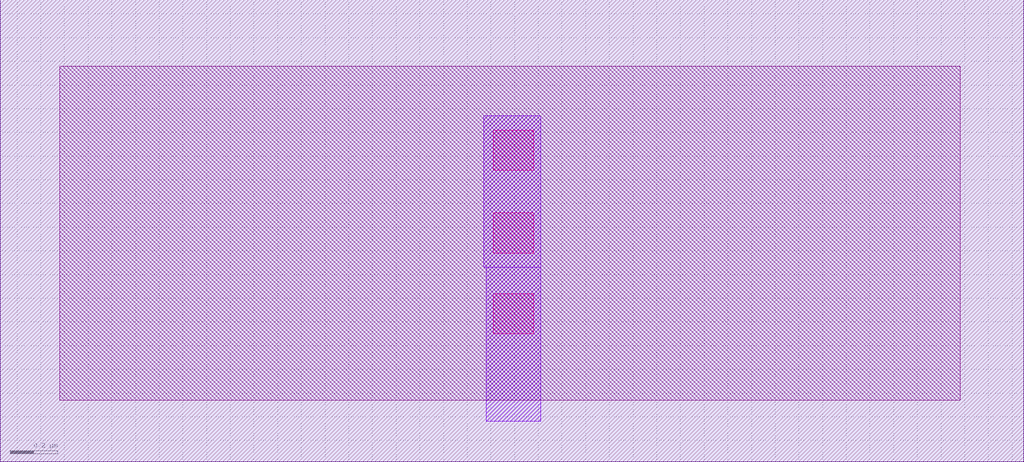
<source format=lef>
VERSION 5.7 ;
  NOWIREEXTENSIONATPIN ON ;
  DIVIDERCHAR "/" ;
  BUSBITCHARS "[]" ;
UNITS
  DATABASE MICRONS 200 ;
END UNITS

LAYER via2
  TYPE CUT ;
END via2

LAYER via
  TYPE CUT ;
END via

LAYER nwell
  TYPE MASTERSLICE ;
END nwell

LAYER via3
  TYPE CUT ;
END via3

LAYER pwell
  TYPE MASTERSLICE ;
END pwell

LAYER via4
  TYPE CUT ;
END via4

LAYER mcon
  TYPE CUT ;
END mcon

LAYER met6
  TYPE ROUTING ;
  WIDTH 0.030000 ;
  SPACING 0.040000 ;
  DIRECTION HORIZONTAL ;
END met6

LAYER met1
  TYPE ROUTING ;
  WIDTH 0.140000 ;
  SPACING 0.140000 ;
  DIRECTION HORIZONTAL ;
END met1

LAYER met3
  TYPE ROUTING ;
  WIDTH 0.300000 ;
  SPACING 0.300000 ;
  DIRECTION HORIZONTAL ;
END met3

LAYER met2
  TYPE ROUTING ;
  WIDTH 0.140000 ;
  SPACING 0.140000 ;
  DIRECTION HORIZONTAL ;
END met2

LAYER met4
  TYPE ROUTING ;
  WIDTH 0.300000 ;
  SPACING 0.300000 ;
  DIRECTION HORIZONTAL ;
END met4

LAYER met5
  TYPE ROUTING ;
  WIDTH 1.600000 ;
  SPACING 1.600000 ;
  DIRECTION HORIZONTAL ;
END met5

LAYER li1
  TYPE ROUTING ;
  WIDTH 0.170000 ;
  SPACING 0.170000 ;
  DIRECTION HORIZONTAL ;
END li1

MACRO sky130_hilas_overlapcap02
  CLASS BLOCK ;
  FOREIGN sky130_hilas_overlapcap02 ;
  ORIGIN 5.370 0.690 ;
  SIZE 4.320 BY 1.950 ;
  OBS
      LAYER nwell ;
        RECT -5.370 -0.690 -1.050 1.260 ;
      LAYER li1 ;
        RECT -5.120 -0.430 -1.320 0.980 ;
      LAYER mcon ;
        RECT -3.290 0.540 -3.120 0.710 ;
        RECT -3.290 0.190 -3.120 0.360 ;
        RECT -3.290 -0.150 -3.120 0.020 ;
      LAYER met1 ;
        RECT -3.330 0.130 -3.090 0.770 ;
        RECT -3.320 -0.520 -3.090 0.130 ;
  END
END sky130_hilas_overlapcap02
END LIBRARY


</source>
